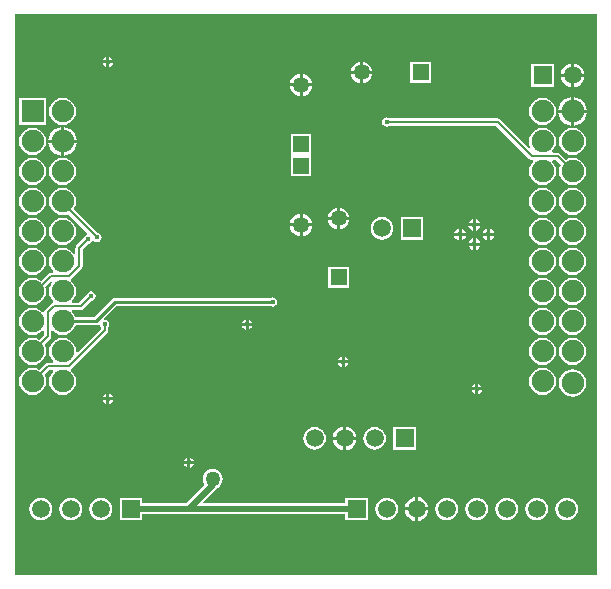
<source format=gbl>
G04*
G04 #@! TF.GenerationSoftware,Altium Limited,Altium Designer,18.0.12 (696)*
G04*
G04 Layer_Physical_Order=2*
G04 Layer_Color=16711680*
%FSLAX25Y25*%
%MOIN*%
G70*
G01*
G75*
%ADD10C,0.01000*%
%ADD58C,0.00800*%
%ADD59C,0.02000*%
%ADD61C,0.05906*%
%ADD62R,0.05906X0.05906*%
%ADD63R,0.05315X0.05315*%
%ADD64C,0.05315*%
%ADD65R,0.05315X0.05315*%
%ADD66C,0.07500*%
%ADD67R,0.07500X0.07500*%
%ADD68C,0.01968*%
%ADD69C,0.01500*%
%ADD70C,0.05000*%
G36*
X297500Y106500D02*
X103500D01*
Y293500D01*
X297500D01*
Y106500D01*
D02*
G37*
%LPC*%
G36*
X135000Y279185D02*
Y278000D01*
X136185D01*
X136149Y278183D01*
X135762Y278762D01*
X135183Y279149D01*
X135000Y279185D01*
D02*
G37*
G36*
X134000D02*
X133817Y279149D01*
X133238Y278762D01*
X132852Y278183D01*
X132815Y278000D01*
X134000D01*
Y279185D01*
D02*
G37*
G36*
X136185Y277000D02*
X135000D01*
Y275815D01*
X135183Y275851D01*
X135762Y276238D01*
X136149Y276817D01*
X136185Y277000D01*
D02*
G37*
G36*
X134000D02*
X132815D01*
X132852Y276817D01*
X133238Y276238D01*
X133817Y275851D01*
X134000Y275815D01*
Y277000D01*
D02*
G37*
G36*
X219657Y277623D02*
Y274500D01*
X222781D01*
X222721Y274955D01*
X222352Y275845D01*
X221766Y276609D01*
X221002Y277195D01*
X220112Y277563D01*
X219657Y277623D01*
D02*
G37*
G36*
X218657D02*
X218203Y277563D01*
X217313Y277195D01*
X216549Y276609D01*
X215963Y275845D01*
X215594Y274955D01*
X215534Y274500D01*
X218657D01*
Y277623D01*
D02*
G37*
G36*
X290000Y276921D02*
Y273500D01*
X293421D01*
X293351Y274032D01*
X292953Y274993D01*
X292319Y275819D01*
X291493Y276453D01*
X290532Y276851D01*
X290000Y276921D01*
D02*
G37*
G36*
X289000D02*
X288468Y276851D01*
X287507Y276453D01*
X286681Y275819D01*
X286047Y274993D01*
X285649Y274032D01*
X285579Y273500D01*
X289000D01*
Y276921D01*
D02*
G37*
G36*
X242300Y277457D02*
X235385D01*
Y270543D01*
X242300D01*
Y277457D01*
D02*
G37*
G36*
X222781Y273500D02*
X219657D01*
Y270377D01*
X220112Y270437D01*
X221002Y270805D01*
X221766Y271392D01*
X222352Y272155D01*
X222721Y273045D01*
X222781Y273500D01*
D02*
G37*
G36*
X218657D02*
X215534D01*
X215594Y273045D01*
X215963Y272155D01*
X216549Y271392D01*
X217313Y270805D01*
X218203Y270437D01*
X218657Y270377D01*
Y273500D01*
D02*
G37*
G36*
X199500Y273466D02*
Y270342D01*
X202623D01*
X202563Y270797D01*
X202195Y271687D01*
X201609Y272451D01*
X200845Y273037D01*
X199955Y273406D01*
X199500Y273466D01*
D02*
G37*
G36*
X198500D02*
X198045Y273406D01*
X197155Y273037D01*
X196391Y272451D01*
X195805Y271687D01*
X195437Y270797D01*
X195377Y270342D01*
X198500D01*
Y273466D01*
D02*
G37*
G36*
X283253Y276753D02*
X275747D01*
Y269247D01*
X283253D01*
Y276753D01*
D02*
G37*
G36*
X293421Y272500D02*
X290000D01*
Y269079D01*
X290532Y269149D01*
X291493Y269547D01*
X292319Y270181D01*
X292953Y271007D01*
X293351Y271968D01*
X293421Y272500D01*
D02*
G37*
G36*
X289000D02*
X285579D01*
X285649Y271968D01*
X286047Y271007D01*
X286681Y270181D01*
X287507Y269547D01*
X288468Y269149D01*
X289000Y269079D01*
Y272500D01*
D02*
G37*
G36*
X202623Y269342D02*
X199500D01*
Y266219D01*
X199955Y266279D01*
X200845Y266648D01*
X201609Y267234D01*
X202195Y267998D01*
X202563Y268888D01*
X202623Y269342D01*
D02*
G37*
G36*
X198500D02*
X195377D01*
X195437Y268888D01*
X195805Y267998D01*
X196391Y267234D01*
X197155Y266648D01*
X198045Y266279D01*
X198500Y266219D01*
Y269342D01*
D02*
G37*
G36*
X290000Y265725D02*
Y261500D01*
X294225D01*
X294128Y262240D01*
X293649Y263396D01*
X292888Y264388D01*
X291896Y265149D01*
X290740Y265628D01*
X290000Y265725D01*
D02*
G37*
G36*
X289000D02*
X288260Y265628D01*
X287105Y265149D01*
X286112Y264388D01*
X285351Y263396D01*
X284872Y262240D01*
X284775Y261500D01*
X289000D01*
Y265725D01*
D02*
G37*
G36*
X114050Y265550D02*
X104950D01*
Y256450D01*
X114050D01*
Y265550D01*
D02*
G37*
G36*
X279500Y265589D02*
X278312Y265433D01*
X277205Y264974D01*
X276255Y264245D01*
X275526Y263295D01*
X275067Y262188D01*
X274911Y261000D01*
X275067Y259812D01*
X275526Y258705D01*
X276255Y257755D01*
X277205Y257026D01*
X278312Y256567D01*
X279500Y256411D01*
X280688Y256567D01*
X281795Y257026D01*
X282745Y257755D01*
X283474Y258705D01*
X283933Y259812D01*
X284089Y261000D01*
X283933Y262188D01*
X283474Y263295D01*
X282745Y264245D01*
X281795Y264974D01*
X280688Y265433D01*
X279500Y265589D01*
D02*
G37*
G36*
X119500D02*
X118312Y265433D01*
X117205Y264974D01*
X116255Y264245D01*
X115526Y263295D01*
X115067Y262188D01*
X114911Y261000D01*
X115067Y259812D01*
X115526Y258705D01*
X116255Y257755D01*
X117205Y257026D01*
X118312Y256567D01*
X119500Y256411D01*
X120688Y256567D01*
X121795Y257026D01*
X122745Y257755D01*
X123474Y258705D01*
X123933Y259812D01*
X124089Y261000D01*
X123933Y262188D01*
X123474Y263295D01*
X122745Y264245D01*
X121795Y264974D01*
X120688Y265433D01*
X119500Y265589D01*
D02*
G37*
G36*
X294225Y260500D02*
X290000D01*
Y256275D01*
X290740Y256372D01*
X291896Y256851D01*
X292888Y257612D01*
X293649Y258605D01*
X294128Y259760D01*
X294225Y260500D01*
D02*
G37*
G36*
X289000D02*
X284775D01*
X284872Y259760D01*
X285351Y258605D01*
X286112Y257612D01*
X287105Y256851D01*
X288260Y256372D01*
X289000Y256275D01*
Y260500D01*
D02*
G37*
G36*
X120000Y255725D02*
Y251500D01*
X124225D01*
X124128Y252240D01*
X123649Y253396D01*
X122888Y254388D01*
X121896Y255149D01*
X120740Y255628D01*
X120000Y255725D01*
D02*
G37*
G36*
X119000D02*
X118260Y255628D01*
X117104Y255149D01*
X116112Y254388D01*
X115351Y253396D01*
X114872Y252240D01*
X114775Y251500D01*
X119000D01*
Y255725D01*
D02*
G37*
G36*
X289500Y255589D02*
X288312Y255433D01*
X287205Y254974D01*
X286255Y254245D01*
X285526Y253295D01*
X285067Y252188D01*
X284911Y251000D01*
X285067Y249812D01*
X285526Y248705D01*
X286255Y247755D01*
X287205Y247026D01*
X288312Y246567D01*
X289500Y246411D01*
X290688Y246567D01*
X291795Y247026D01*
X292745Y247755D01*
X293474Y248705D01*
X293933Y249812D01*
X294089Y251000D01*
X293933Y252188D01*
X293474Y253295D01*
X292745Y254245D01*
X291795Y254974D01*
X290688Y255433D01*
X289500Y255589D01*
D02*
G37*
G36*
X109500D02*
X108312Y255433D01*
X107205Y254974D01*
X106255Y254245D01*
X105526Y253295D01*
X105067Y252188D01*
X104911Y251000D01*
X105067Y249812D01*
X105526Y248705D01*
X106255Y247755D01*
X107205Y247026D01*
X108312Y246567D01*
X109500Y246411D01*
X110688Y246567D01*
X111795Y247026D01*
X112745Y247755D01*
X113474Y248705D01*
X113933Y249812D01*
X114089Y251000D01*
X113933Y252188D01*
X113474Y253295D01*
X112745Y254245D01*
X111795Y254974D01*
X110688Y255433D01*
X109500Y255589D01*
D02*
G37*
G36*
X124225Y250500D02*
X120000D01*
Y246275D01*
X120740Y246372D01*
X121896Y246851D01*
X122888Y247612D01*
X123649Y248604D01*
X124128Y249760D01*
X124225Y250500D01*
D02*
G37*
G36*
X119000D02*
X114775D01*
X114872Y249760D01*
X115351Y248604D01*
X116112Y247612D01*
X117104Y246851D01*
X118260Y246372D01*
X119000Y246275D01*
Y250500D01*
D02*
G37*
G36*
X202457Y253615D02*
X195543D01*
Y246800D01*
X195543Y246700D01*
X195543Y246200D01*
Y239385D01*
X202457D01*
Y246200D01*
X202457Y246300D01*
X202457Y246800D01*
Y253615D01*
D02*
G37*
G36*
X227500Y259080D02*
X226895Y258960D01*
X226382Y258617D01*
X226040Y258105D01*
X225920Y257500D01*
X226040Y256895D01*
X226382Y256382D01*
X226895Y256040D01*
X227500Y255920D01*
X228105Y256040D01*
X228459Y256276D01*
X263993D01*
X275135Y245135D01*
X275532Y244870D01*
X276000Y244777D01*
X276170D01*
X276330Y244303D01*
X276255Y244245D01*
X275526Y243295D01*
X275067Y242188D01*
X274911Y241000D01*
X275067Y239812D01*
X275526Y238705D01*
X276255Y237755D01*
X277205Y237026D01*
X278312Y236567D01*
X279500Y236411D01*
X280688Y236567D01*
X281795Y237026D01*
X282745Y237755D01*
X283474Y238705D01*
X283933Y239812D01*
X284089Y241000D01*
X283933Y242188D01*
X283474Y243295D01*
X282745Y244245D01*
X282670Y244303D01*
X282830Y244777D01*
X283993D01*
X285511Y243259D01*
X285067Y242188D01*
X284911Y241000D01*
X285067Y239812D01*
X285526Y238705D01*
X286255Y237755D01*
X287205Y237026D01*
X288312Y236567D01*
X289500Y236411D01*
X290688Y236567D01*
X291795Y237026D01*
X292745Y237755D01*
X293474Y238705D01*
X293933Y239812D01*
X294089Y241000D01*
X293933Y242188D01*
X293474Y243295D01*
X292745Y244245D01*
X291795Y244974D01*
X290688Y245433D01*
X289500Y245589D01*
X288312Y245433D01*
X287241Y244989D01*
X285365Y246865D01*
X284968Y247130D01*
X284500Y247223D01*
X282830D01*
X282670Y247697D01*
X282745Y247755D01*
X283474Y248705D01*
X283933Y249812D01*
X284089Y251000D01*
X283933Y252188D01*
X283474Y253295D01*
X282745Y254245D01*
X281795Y254974D01*
X280688Y255433D01*
X279500Y255589D01*
X278312Y255433D01*
X277205Y254974D01*
X276255Y254245D01*
X275526Y253295D01*
X275067Y252188D01*
X274911Y251000D01*
X275067Y249812D01*
X275380Y249058D01*
X274956Y248775D01*
X265365Y258365D01*
X264968Y258630D01*
X264500Y258723D01*
X228459D01*
X228105Y258960D01*
X227500Y259080D01*
D02*
G37*
G36*
X119500Y245589D02*
X118312Y245433D01*
X117205Y244974D01*
X116255Y244245D01*
X115526Y243295D01*
X115067Y242188D01*
X114911Y241000D01*
X115067Y239812D01*
X115526Y238705D01*
X116255Y237755D01*
X117205Y237026D01*
X118312Y236567D01*
X119500Y236411D01*
X120688Y236567D01*
X121795Y237026D01*
X122745Y237755D01*
X123474Y238705D01*
X123933Y239812D01*
X124089Y241000D01*
X123933Y242188D01*
X123474Y243295D01*
X122745Y244245D01*
X121795Y244974D01*
X120688Y245433D01*
X119500Y245589D01*
D02*
G37*
G36*
X109500D02*
X108312Y245433D01*
X107205Y244974D01*
X106255Y244245D01*
X105526Y243295D01*
X105067Y242188D01*
X104911Y241000D01*
X105067Y239812D01*
X105526Y238705D01*
X106255Y237755D01*
X107205Y237026D01*
X108312Y236567D01*
X109500Y236411D01*
X110688Y236567D01*
X111795Y237026D01*
X112745Y237755D01*
X113474Y238705D01*
X113933Y239812D01*
X114089Y241000D01*
X113933Y242188D01*
X113474Y243295D01*
X112745Y244245D01*
X111795Y244974D01*
X110688Y245433D01*
X109500Y245589D01*
D02*
G37*
G36*
X289500Y235589D02*
X288312Y235433D01*
X287205Y234974D01*
X286255Y234245D01*
X285526Y233295D01*
X285067Y232188D01*
X284911Y231000D01*
X285067Y229812D01*
X285526Y228705D01*
X286255Y227755D01*
X287205Y227026D01*
X288312Y226567D01*
X289500Y226411D01*
X290688Y226567D01*
X291795Y227026D01*
X292745Y227755D01*
X293474Y228705D01*
X293933Y229812D01*
X294089Y231000D01*
X293933Y232188D01*
X293474Y233295D01*
X292745Y234245D01*
X291795Y234974D01*
X290688Y235433D01*
X289500Y235589D01*
D02*
G37*
G36*
X279500D02*
X278312Y235433D01*
X277205Y234974D01*
X276255Y234245D01*
X275526Y233295D01*
X275067Y232188D01*
X274911Y231000D01*
X275067Y229812D01*
X275526Y228705D01*
X276255Y227755D01*
X277205Y227026D01*
X278312Y226567D01*
X279500Y226411D01*
X280688Y226567D01*
X281795Y227026D01*
X282745Y227755D01*
X283474Y228705D01*
X283933Y229812D01*
X284089Y231000D01*
X283933Y232188D01*
X283474Y233295D01*
X282745Y234245D01*
X281795Y234974D01*
X280688Y235433D01*
X279500Y235589D01*
D02*
G37*
G36*
X109500D02*
X108312Y235433D01*
X107205Y234974D01*
X106255Y234245D01*
X105526Y233295D01*
X105067Y232188D01*
X104911Y231000D01*
X105067Y229812D01*
X105526Y228705D01*
X106255Y227755D01*
X107205Y227026D01*
X108312Y226567D01*
X109500Y226411D01*
X110688Y226567D01*
X111795Y227026D01*
X112745Y227755D01*
X113474Y228705D01*
X113933Y229812D01*
X114089Y231000D01*
X113933Y232188D01*
X113474Y233295D01*
X112745Y234245D01*
X111795Y234974D01*
X110688Y235433D01*
X109500Y235589D01*
D02*
G37*
G36*
X212000Y228966D02*
Y225842D01*
X215123D01*
X215063Y226297D01*
X214695Y227187D01*
X214109Y227951D01*
X213345Y228537D01*
X212455Y228906D01*
X212000Y228966D01*
D02*
G37*
G36*
X211000D02*
X210545Y228906D01*
X209655Y228537D01*
X208892Y227951D01*
X208305Y227187D01*
X207937Y226297D01*
X207877Y225842D01*
X211000D01*
Y228966D01*
D02*
G37*
G36*
X257224Y225132D02*
Y223709D01*
X258648D01*
X258594Y223983D01*
X258155Y224639D01*
X257499Y225078D01*
X257224Y225132D01*
D02*
G37*
G36*
X256224Y225132D02*
X255950Y225078D01*
X255294Y224639D01*
X254855Y223983D01*
X254801Y223709D01*
X256224D01*
Y225132D01*
D02*
G37*
G36*
X199500Y226781D02*
Y223657D01*
X202623D01*
X202563Y224112D01*
X202195Y225002D01*
X201608Y225766D01*
X200845Y226352D01*
X199955Y226721D01*
X199500Y226781D01*
D02*
G37*
G36*
X198500D02*
X198045Y226721D01*
X197155Y226352D01*
X196391Y225766D01*
X195805Y225002D01*
X195437Y224112D01*
X195377Y223657D01*
X198500D01*
Y226781D01*
D02*
G37*
G36*
X215123Y224843D02*
X212000D01*
Y221719D01*
X212455Y221779D01*
X213345Y222148D01*
X214109Y222734D01*
X214695Y223498D01*
X215063Y224388D01*
X215123Y224843D01*
D02*
G37*
G36*
X211000D02*
X207877D01*
X207937Y224388D01*
X208305Y223498D01*
X208892Y222734D01*
X209655Y222148D01*
X210545Y221779D01*
X211000Y221719D01*
Y224843D01*
D02*
G37*
G36*
X256224Y222709D02*
X254801D01*
X254855Y222434D01*
X255294Y221778D01*
X255950Y221340D01*
X256224Y221285D01*
Y222709D01*
D02*
G37*
G36*
X258648D02*
X257224D01*
Y221285D01*
X257499Y221340D01*
X258155Y221778D01*
X258594Y222434D01*
X258648Y222709D01*
D02*
G37*
G36*
X261949Y221924D02*
Y220500D01*
X263372D01*
X263318Y220774D01*
X262879Y221431D01*
X262223Y221869D01*
X261949Y221924D01*
D02*
G37*
G36*
X252500D02*
Y220500D01*
X253924D01*
X253869Y220774D01*
X253431Y221431D01*
X252774Y221869D01*
X252500Y221924D01*
D02*
G37*
G36*
X251500D02*
X251226Y221869D01*
X250569Y221431D01*
X250131Y220774D01*
X250076Y220500D01*
X251500D01*
Y221924D01*
D02*
G37*
G36*
X260949D02*
X260675Y221869D01*
X260018Y221431D01*
X259580Y220774D01*
X259525Y220500D01*
X260949D01*
Y221924D01*
D02*
G37*
G36*
X202623Y222657D02*
X199500D01*
Y219534D01*
X199955Y219594D01*
X200845Y219963D01*
X201608Y220549D01*
X202195Y221313D01*
X202563Y222203D01*
X202623Y222657D01*
D02*
G37*
G36*
X198500D02*
X195377D01*
X195437Y222203D01*
X195805Y221313D01*
X196391Y220549D01*
X197155Y219963D01*
X198045Y219594D01*
X198500Y219534D01*
Y222657D01*
D02*
G37*
G36*
X239753Y225753D02*
X232247D01*
Y218247D01*
X239753D01*
Y225753D01*
D02*
G37*
G36*
X226000Y225785D02*
X225020Y225656D01*
X224107Y225278D01*
X223323Y224676D01*
X222722Y223893D01*
X222344Y222980D01*
X222215Y222000D01*
X222344Y221020D01*
X222722Y220107D01*
X223323Y219323D01*
X224107Y218722D01*
X225020Y218344D01*
X226000Y218215D01*
X226980Y218344D01*
X227893Y218722D01*
X228677Y219323D01*
X229278Y220107D01*
X229656Y221020D01*
X229785Y222000D01*
X229656Y222980D01*
X229278Y223893D01*
X228677Y224676D01*
X227893Y225278D01*
X226980Y225656D01*
X226000Y225785D01*
D02*
G37*
G36*
X263372Y219500D02*
X261949D01*
Y218076D01*
X262223Y218131D01*
X262879Y218569D01*
X263318Y219226D01*
X263372Y219500D01*
D02*
G37*
G36*
X253924D02*
X252500D01*
Y218076D01*
X252774Y218131D01*
X253431Y218569D01*
X253869Y219226D01*
X253924Y219500D01*
D02*
G37*
G36*
X260949D02*
X259525D01*
X259580Y219226D01*
X260018Y218569D01*
X260675Y218131D01*
X260949Y218076D01*
Y219500D01*
D02*
G37*
G36*
X251500D02*
X250076D01*
X250131Y219226D01*
X250569Y218569D01*
X251226Y218131D01*
X251500Y218076D01*
Y219500D01*
D02*
G37*
G36*
X119500Y235589D02*
X118312Y235433D01*
X117205Y234974D01*
X116255Y234245D01*
X115526Y233295D01*
X115067Y232188D01*
X114911Y231000D01*
X115067Y229812D01*
X115526Y228705D01*
X116255Y227755D01*
X117205Y227026D01*
X118312Y226567D01*
X119500Y226411D01*
X120688Y226567D01*
X121405Y226864D01*
X127733Y220537D01*
X127568Y219994D01*
X127395Y219960D01*
X126883Y219618D01*
X126540Y219105D01*
X126457Y218687D01*
X124135Y216365D01*
X123870Y215968D01*
X123776Y215500D01*
Y213722D01*
X123276Y213553D01*
X122745Y214245D01*
X121795Y214974D01*
X120688Y215433D01*
X119500Y215589D01*
X118312Y215433D01*
X117205Y214974D01*
X116255Y214245D01*
X115526Y213295D01*
X115067Y212188D01*
X114911Y211000D01*
X115067Y209812D01*
X115526Y208705D01*
X116241Y207773D01*
X116214Y207595D01*
X116104Y207274D01*
X115550D01*
X115082Y207180D01*
X114685Y206915D01*
X112332Y204562D01*
X111795Y204974D01*
X110688Y205433D01*
X109500Y205589D01*
X108312Y205433D01*
X107205Y204974D01*
X106255Y204245D01*
X105526Y203295D01*
X105067Y202188D01*
X104911Y201000D01*
X105067Y199812D01*
X105526Y198705D01*
X106255Y197755D01*
X107205Y197026D01*
X108312Y196567D01*
X109500Y196411D01*
X110688Y196567D01*
X111795Y197026D01*
X112745Y197755D01*
X113474Y198705D01*
X113933Y199812D01*
X114089Y201000D01*
X113933Y202188D01*
X113782Y202552D01*
X115796Y204565D01*
X115860Y204550D01*
X116059Y203990D01*
X115526Y203295D01*
X115067Y202188D01*
X114911Y201000D01*
X115067Y199812D01*
X115526Y198705D01*
X116255Y197755D01*
X116286Y197731D01*
X116162Y197196D01*
X116082Y197180D01*
X115685Y196915D01*
X113635Y194865D01*
X113370Y194468D01*
X113336Y194297D01*
X112801Y194172D01*
X112745Y194245D01*
X111795Y194974D01*
X110688Y195433D01*
X109500Y195589D01*
X108312Y195433D01*
X107205Y194974D01*
X106255Y194245D01*
X105526Y193295D01*
X105067Y192188D01*
X104911Y191000D01*
X105067Y189812D01*
X105526Y188705D01*
X106255Y187755D01*
X107205Y187026D01*
X108312Y186567D01*
X109500Y186411D01*
X110688Y186567D01*
X111795Y187026D01*
X112745Y187755D01*
X112803Y187830D01*
X113277Y187670D01*
Y186507D01*
X111759Y184989D01*
X110688Y185433D01*
X109500Y185589D01*
X108312Y185433D01*
X107205Y184974D01*
X106255Y184245D01*
X105526Y183295D01*
X105067Y182188D01*
X104911Y181000D01*
X105067Y179812D01*
X105526Y178705D01*
X106255Y177755D01*
X107205Y177026D01*
X108312Y176567D01*
X109500Y176411D01*
X110688Y176567D01*
X111795Y177026D01*
X112745Y177755D01*
X113474Y178705D01*
X113933Y179812D01*
X114089Y181000D01*
X113933Y182188D01*
X113489Y183259D01*
X115365Y185135D01*
X115630Y185532D01*
X115724Y186000D01*
Y187670D01*
X116197Y187830D01*
X116255Y187755D01*
X117205Y187026D01*
X118312Y186567D01*
X119500Y186411D01*
X120688Y186567D01*
X121795Y187026D01*
X122745Y187755D01*
X123474Y188705D01*
X123876Y189674D01*
X130500D01*
X131007Y189775D01*
X131436Y190062D01*
X131566Y190045D01*
X131947Y189865D01*
X132040Y189395D01*
X132276Y189041D01*
Y188506D01*
X124536Y180766D01*
X124232Y180916D01*
X124086Y181023D01*
X123933Y182188D01*
X123474Y183295D01*
X122745Y184245D01*
X121795Y184974D01*
X120688Y185433D01*
X119500Y185589D01*
X118312Y185433D01*
X117205Y184974D01*
X116255Y184245D01*
X115526Y183295D01*
X115067Y182188D01*
X114911Y181000D01*
X115067Y179812D01*
X115526Y178705D01*
X116241Y177773D01*
X116214Y177595D01*
X116104Y177273D01*
X114550D01*
X114082Y177180D01*
X113685Y176915D01*
X111759Y174989D01*
X110688Y175433D01*
X109500Y175589D01*
X108312Y175433D01*
X107205Y174974D01*
X106255Y174245D01*
X105526Y173295D01*
X105067Y172188D01*
X104911Y171000D01*
X105067Y169812D01*
X105526Y168705D01*
X106255Y167755D01*
X107205Y167026D01*
X108312Y166567D01*
X109500Y166411D01*
X110688Y166567D01*
X111795Y167026D01*
X112745Y167755D01*
X113474Y168705D01*
X113933Y169812D01*
X114089Y171000D01*
X113933Y172188D01*
X113489Y173259D01*
X115057Y174827D01*
X116235D01*
X116396Y174353D01*
X116255Y174245D01*
X115526Y173295D01*
X115067Y172188D01*
X114911Y171000D01*
X115067Y169812D01*
X115526Y168705D01*
X116255Y167755D01*
X117205Y167026D01*
X118312Y166567D01*
X119500Y166411D01*
X120688Y166567D01*
X121795Y167026D01*
X122745Y167755D01*
X123474Y168705D01*
X123933Y169812D01*
X124089Y171000D01*
X123933Y172188D01*
X123474Y173295D01*
X122745Y174245D01*
X122356Y174544D01*
X122376Y175159D01*
X122415Y175185D01*
X134365Y187135D01*
X134630Y187531D01*
X134723Y188000D01*
Y189041D01*
X134960Y189395D01*
X135080Y190000D01*
X134960Y190605D01*
X134617Y191118D01*
X134105Y191460D01*
X133635Y191553D01*
X133455Y191933D01*
X133438Y192064D01*
X137549Y196175D01*
X188694D01*
X188895Y196040D01*
X189500Y195920D01*
X190105Y196040D01*
X190618Y196382D01*
X190960Y196895D01*
X191080Y197500D01*
X190960Y198105D01*
X190618Y198617D01*
X190105Y198960D01*
X189500Y199080D01*
X188895Y198960D01*
X188694Y198826D01*
X137000D01*
X136493Y198725D01*
X136063Y198437D01*
X129951Y192325D01*
X123876D01*
X123474Y193295D01*
X122745Y194245D01*
X122604Y194353D01*
X122765Y194826D01*
X125550D01*
X126018Y194920D01*
X126415Y195185D01*
X129187Y197957D01*
X129605Y198040D01*
X130117Y198382D01*
X130460Y198895D01*
X130580Y199500D01*
X130460Y200105D01*
X130117Y200618D01*
X129605Y200960D01*
X129000Y201080D01*
X128395Y200960D01*
X127883Y200618D01*
X127540Y200105D01*
X127457Y199687D01*
X125043Y197274D01*
X122896D01*
X122786Y197595D01*
X122759Y197774D01*
X123474Y198705D01*
X123933Y199812D01*
X124089Y201000D01*
X123933Y202188D01*
X123474Y203295D01*
X122745Y204245D01*
X122356Y204544D01*
X122376Y205158D01*
X122415Y205185D01*
X125865Y208634D01*
X126130Y209031D01*
X126224Y209500D01*
Y214993D01*
X128187Y216957D01*
X128605Y217040D01*
X129118Y217383D01*
X129366Y217755D01*
X129774Y217856D01*
X129957Y217832D01*
X130395Y217540D01*
X131000Y217420D01*
X131605Y217540D01*
X132117Y217882D01*
X132460Y218395D01*
X132580Y219000D01*
X132460Y219605D01*
X132117Y220117D01*
X131605Y220460D01*
X131187Y220543D01*
X123279Y228451D01*
X123474Y228705D01*
X123933Y229812D01*
X124089Y231000D01*
X123933Y232188D01*
X123474Y233295D01*
X122745Y234245D01*
X121795Y234974D01*
X120688Y235433D01*
X119500Y235589D01*
D02*
G37*
G36*
X257224Y218715D02*
Y217291D01*
X258648D01*
X258594Y217565D01*
X258155Y218222D01*
X257499Y218660D01*
X257224Y218715D01*
D02*
G37*
G36*
X256224Y218715D02*
X255950Y218660D01*
X255294Y218222D01*
X254855Y217565D01*
X254801Y217291D01*
X256224D01*
Y218715D01*
D02*
G37*
G36*
X289500Y225589D02*
X288312Y225433D01*
X287205Y224974D01*
X286255Y224245D01*
X285526Y223295D01*
X285067Y222188D01*
X284911Y221000D01*
X285067Y219812D01*
X285526Y218705D01*
X286255Y217755D01*
X287205Y217026D01*
X288312Y216567D01*
X289500Y216411D01*
X290688Y216567D01*
X291795Y217026D01*
X292745Y217755D01*
X293474Y218705D01*
X293933Y219812D01*
X294089Y221000D01*
X293933Y222188D01*
X293474Y223295D01*
X292745Y224245D01*
X291795Y224974D01*
X290688Y225433D01*
X289500Y225589D01*
D02*
G37*
G36*
X279500D02*
X278312Y225433D01*
X277205Y224974D01*
X276255Y224245D01*
X275526Y223295D01*
X275067Y222188D01*
X274911Y221000D01*
X275067Y219812D01*
X275526Y218705D01*
X276255Y217755D01*
X277205Y217026D01*
X278312Y216567D01*
X279500Y216411D01*
X280688Y216567D01*
X281795Y217026D01*
X282745Y217755D01*
X283474Y218705D01*
X283933Y219812D01*
X284089Y221000D01*
X283933Y222188D01*
X283474Y223295D01*
X282745Y224245D01*
X281795Y224974D01*
X280688Y225433D01*
X279500Y225589D01*
D02*
G37*
G36*
X119500D02*
X118312Y225433D01*
X117205Y224974D01*
X116255Y224245D01*
X115526Y223295D01*
X115067Y222188D01*
X114911Y221000D01*
X115067Y219812D01*
X115526Y218705D01*
X116255Y217755D01*
X117205Y217026D01*
X118312Y216567D01*
X119500Y216411D01*
X120688Y216567D01*
X121795Y217026D01*
X122745Y217755D01*
X123474Y218705D01*
X123933Y219812D01*
X124089Y221000D01*
X123933Y222188D01*
X123474Y223295D01*
X122745Y224245D01*
X121795Y224974D01*
X120688Y225433D01*
X119500Y225589D01*
D02*
G37*
G36*
X109500D02*
X108312Y225433D01*
X107205Y224974D01*
X106255Y224245D01*
X105526Y223295D01*
X105067Y222188D01*
X104911Y221000D01*
X105067Y219812D01*
X105526Y218705D01*
X106255Y217755D01*
X107205Y217026D01*
X108312Y216567D01*
X109500Y216411D01*
X110688Y216567D01*
X111795Y217026D01*
X112745Y217755D01*
X113474Y218705D01*
X113933Y219812D01*
X114089Y221000D01*
X113933Y222188D01*
X113474Y223295D01*
X112745Y224245D01*
X111795Y224974D01*
X110688Y225433D01*
X109500Y225589D01*
D02*
G37*
G36*
X256224Y216291D02*
X254801D01*
X254855Y216017D01*
X255294Y215361D01*
X255950Y214922D01*
X256224Y214868D01*
Y216291D01*
D02*
G37*
G36*
X258648D02*
X257224D01*
Y214868D01*
X257499Y214922D01*
X258155Y215361D01*
X258594Y216017D01*
X258648Y216291D01*
D02*
G37*
G36*
X289500Y215589D02*
X288312Y215433D01*
X287205Y214974D01*
X286255Y214245D01*
X285526Y213295D01*
X285067Y212188D01*
X284911Y211000D01*
X285067Y209812D01*
X285526Y208705D01*
X286255Y207755D01*
X287205Y207026D01*
X288312Y206567D01*
X289500Y206411D01*
X290688Y206567D01*
X291795Y207026D01*
X292745Y207755D01*
X293474Y208705D01*
X293933Y209812D01*
X294089Y211000D01*
X293933Y212188D01*
X293474Y213295D01*
X292745Y214245D01*
X291795Y214974D01*
X290688Y215433D01*
X289500Y215589D01*
D02*
G37*
G36*
X279500D02*
X278312Y215433D01*
X277205Y214974D01*
X276255Y214245D01*
X275526Y213295D01*
X275067Y212188D01*
X274911Y211000D01*
X275067Y209812D01*
X275526Y208705D01*
X276255Y207755D01*
X277205Y207026D01*
X278312Y206567D01*
X279500Y206411D01*
X280688Y206567D01*
X281795Y207026D01*
X282745Y207755D01*
X283474Y208705D01*
X283933Y209812D01*
X284089Y211000D01*
X283933Y212188D01*
X283474Y213295D01*
X282745Y214245D01*
X281795Y214974D01*
X280688Y215433D01*
X279500Y215589D01*
D02*
G37*
G36*
X109500D02*
X108312Y215433D01*
X107205Y214974D01*
X106255Y214245D01*
X105526Y213295D01*
X105067Y212188D01*
X104911Y211000D01*
X105067Y209812D01*
X105526Y208705D01*
X106255Y207755D01*
X107205Y207026D01*
X108312Y206567D01*
X109500Y206411D01*
X110688Y206567D01*
X111795Y207026D01*
X112745Y207755D01*
X113474Y208705D01*
X113933Y209812D01*
X114089Y211000D01*
X113933Y212188D01*
X113474Y213295D01*
X112745Y214245D01*
X111795Y214974D01*
X110688Y215433D01*
X109500Y215589D01*
D02*
G37*
G36*
X214957Y209115D02*
X208043D01*
Y202200D01*
X214957D01*
Y209115D01*
D02*
G37*
G36*
X289500Y205589D02*
X288312Y205433D01*
X287205Y204974D01*
X286255Y204245D01*
X285526Y203295D01*
X285067Y202188D01*
X284911Y201000D01*
X285067Y199812D01*
X285526Y198705D01*
X286255Y197755D01*
X287205Y197026D01*
X288312Y196567D01*
X289500Y196411D01*
X290688Y196567D01*
X291795Y197026D01*
X292745Y197755D01*
X293474Y198705D01*
X293933Y199812D01*
X294089Y201000D01*
X293933Y202188D01*
X293474Y203295D01*
X292745Y204245D01*
X291795Y204974D01*
X290688Y205433D01*
X289500Y205589D01*
D02*
G37*
G36*
X279500D02*
X278312Y205433D01*
X277205Y204974D01*
X276255Y204245D01*
X275526Y203295D01*
X275067Y202188D01*
X274911Y201000D01*
X275067Y199812D01*
X275526Y198705D01*
X276255Y197755D01*
X277205Y197026D01*
X278312Y196567D01*
X279500Y196411D01*
X280688Y196567D01*
X281795Y197026D01*
X282745Y197755D01*
X283474Y198705D01*
X283933Y199812D01*
X284089Y201000D01*
X283933Y202188D01*
X283474Y203295D01*
X282745Y204245D01*
X281795Y204974D01*
X280688Y205433D01*
X279500Y205589D01*
D02*
G37*
G36*
X181500Y191685D02*
Y190500D01*
X182685D01*
X182649Y190683D01*
X182262Y191262D01*
X181683Y191648D01*
X181500Y191685D01*
D02*
G37*
G36*
X180500D02*
X180317Y191648D01*
X179738Y191262D01*
X179351Y190683D01*
X179315Y190500D01*
X180500D01*
Y191685D01*
D02*
G37*
G36*
X182685Y189500D02*
X181500D01*
Y188315D01*
X181683Y188352D01*
X182262Y188738D01*
X182649Y189317D01*
X182685Y189500D01*
D02*
G37*
G36*
X180500D02*
X179315D01*
X179351Y189317D01*
X179738Y188738D01*
X180317Y188352D01*
X180500Y188315D01*
Y189500D01*
D02*
G37*
G36*
X289500Y195589D02*
X288312Y195433D01*
X287205Y194974D01*
X286255Y194245D01*
X285526Y193295D01*
X285067Y192188D01*
X284911Y191000D01*
X285067Y189812D01*
X285526Y188705D01*
X286255Y187755D01*
X287205Y187026D01*
X288312Y186567D01*
X289500Y186411D01*
X290688Y186567D01*
X291795Y187026D01*
X292745Y187755D01*
X293474Y188705D01*
X293933Y189812D01*
X294089Y191000D01*
X293933Y192188D01*
X293474Y193295D01*
X292745Y194245D01*
X291795Y194974D01*
X290688Y195433D01*
X289500Y195589D01*
D02*
G37*
G36*
X279500D02*
X278312Y195433D01*
X277205Y194974D01*
X276255Y194245D01*
X275526Y193295D01*
X275067Y192188D01*
X274911Y191000D01*
X275067Y189812D01*
X275526Y188705D01*
X276255Y187755D01*
X277205Y187026D01*
X278312Y186567D01*
X279500Y186411D01*
X280688Y186567D01*
X281795Y187026D01*
X282745Y187755D01*
X283474Y188705D01*
X283933Y189812D01*
X284089Y191000D01*
X283933Y192188D01*
X283474Y193295D01*
X282745Y194245D01*
X281795Y194974D01*
X280688Y195433D01*
X279500Y195589D01*
D02*
G37*
G36*
X213500Y179193D02*
Y178008D01*
X214685D01*
X214649Y178191D01*
X214262Y178770D01*
X213683Y179156D01*
X213500Y179193D01*
D02*
G37*
G36*
X212500D02*
X212317Y179156D01*
X211738Y178770D01*
X211351Y178191D01*
X211315Y178008D01*
X212500D01*
Y179193D01*
D02*
G37*
G36*
X289500Y185589D02*
X288312Y185433D01*
X287205Y184974D01*
X286255Y184245D01*
X285526Y183295D01*
X285067Y182188D01*
X284911Y181000D01*
X285067Y179812D01*
X285526Y178705D01*
X286255Y177755D01*
X287205Y177026D01*
X288312Y176567D01*
X289500Y176411D01*
X290688Y176567D01*
X291795Y177026D01*
X292745Y177755D01*
X293474Y178705D01*
X293933Y179812D01*
X294089Y181000D01*
X293933Y182188D01*
X293474Y183295D01*
X292745Y184245D01*
X291795Y184974D01*
X290688Y185433D01*
X289500Y185589D01*
D02*
G37*
G36*
X279500D02*
X278312Y185433D01*
X277205Y184974D01*
X276255Y184245D01*
X275526Y183295D01*
X275067Y182188D01*
X274911Y181000D01*
X275067Y179812D01*
X275526Y178705D01*
X276255Y177755D01*
X277205Y177026D01*
X278312Y176567D01*
X279500Y176411D01*
X280688Y176567D01*
X281795Y177026D01*
X282745Y177755D01*
X283474Y178705D01*
X283933Y179812D01*
X284089Y181000D01*
X283933Y182188D01*
X283474Y183295D01*
X282745Y184245D01*
X281795Y184974D01*
X280688Y185433D01*
X279500Y185589D01*
D02*
G37*
G36*
X214685Y177008D02*
X213500D01*
Y175823D01*
X213683Y175859D01*
X214262Y176246D01*
X214649Y176825D01*
X214685Y177008D01*
D02*
G37*
G36*
X212500D02*
X211315D01*
X211351Y176825D01*
X211738Y176246D01*
X212317Y175859D01*
X212500Y175823D01*
Y177008D01*
D02*
G37*
G36*
X258000Y170185D02*
Y169000D01*
X259185D01*
X259149Y169183D01*
X258762Y169762D01*
X258183Y170149D01*
X258000Y170185D01*
D02*
G37*
G36*
X257000D02*
X256817Y170149D01*
X256238Y169762D01*
X255852Y169183D01*
X255815Y169000D01*
X257000D01*
Y170185D01*
D02*
G37*
G36*
X259185Y168000D02*
X258000D01*
Y166815D01*
X258183Y166851D01*
X258762Y167238D01*
X259149Y167817D01*
X259185Y168000D01*
D02*
G37*
G36*
X257000D02*
X255815D01*
X255852Y167817D01*
X256238Y167238D01*
X256817Y166851D01*
X257000Y166815D01*
Y168000D01*
D02*
G37*
G36*
X279500Y175589D02*
X278312Y175433D01*
X277205Y174974D01*
X276255Y174245D01*
X275526Y173295D01*
X275067Y172188D01*
X274911Y171000D01*
X275067Y169812D01*
X275526Y168705D01*
X276255Y167755D01*
X277205Y167026D01*
X278312Y166567D01*
X279500Y166411D01*
X280688Y166567D01*
X281795Y167026D01*
X282745Y167755D01*
X283474Y168705D01*
X283933Y169812D01*
X284089Y171000D01*
X283933Y172188D01*
X283474Y173295D01*
X282745Y174245D01*
X281795Y174974D01*
X280688Y175433D01*
X279500Y175589D01*
D02*
G37*
G36*
X289500Y175089D02*
X288312Y174933D01*
X287205Y174474D01*
X286255Y173745D01*
X285526Y172795D01*
X285067Y171688D01*
X284911Y170500D01*
X285067Y169312D01*
X285526Y168205D01*
X286255Y167255D01*
X287205Y166526D01*
X288312Y166067D01*
X289500Y165911D01*
X290688Y166067D01*
X291795Y166526D01*
X292745Y167255D01*
X293474Y168205D01*
X293933Y169312D01*
X294089Y170500D01*
X293933Y171688D01*
X293474Y172795D01*
X292745Y173745D01*
X291795Y174474D01*
X290688Y174933D01*
X289500Y175089D01*
D02*
G37*
G36*
X135137Y166972D02*
Y165787D01*
X136322D01*
X136286Y165970D01*
X135899Y166549D01*
X135320Y166936D01*
X135137Y166972D01*
D02*
G37*
G36*
X134137D02*
X133955Y166936D01*
X133376Y166549D01*
X132989Y165970D01*
X132953Y165787D01*
X134137D01*
Y166972D01*
D02*
G37*
G36*
X136322Y164787D02*
X135137D01*
Y163602D01*
X135320Y163638D01*
X135899Y164025D01*
X136286Y164604D01*
X136322Y164787D01*
D02*
G37*
G36*
X134137D02*
X132953D01*
X132989Y164604D01*
X133376Y164025D01*
X133955Y163638D01*
X134137Y163602D01*
Y164787D01*
D02*
G37*
G36*
X214000Y155921D02*
Y152500D01*
X217421D01*
X217351Y153032D01*
X216953Y153993D01*
X216319Y154819D01*
X215493Y155453D01*
X214532Y155851D01*
X214000Y155921D01*
D02*
G37*
G36*
X213000D02*
X212468Y155851D01*
X211507Y155453D01*
X210681Y154819D01*
X210047Y153993D01*
X209649Y153032D01*
X209579Y152500D01*
X213000D01*
Y155921D01*
D02*
G37*
G36*
X237253Y155753D02*
X229747D01*
Y148247D01*
X237253D01*
Y155753D01*
D02*
G37*
G36*
X223500Y155785D02*
X222520Y155656D01*
X221607Y155278D01*
X220824Y154676D01*
X220222Y153893D01*
X219844Y152980D01*
X219715Y152000D01*
X219844Y151020D01*
X220222Y150107D01*
X220824Y149323D01*
X221607Y148722D01*
X222520Y148344D01*
X223500Y148215D01*
X224480Y148344D01*
X225393Y148722D01*
X226177Y149323D01*
X226778Y150107D01*
X227156Y151020D01*
X227285Y152000D01*
X227156Y152980D01*
X226778Y153893D01*
X226177Y154676D01*
X225393Y155278D01*
X224480Y155656D01*
X223500Y155785D01*
D02*
G37*
G36*
X203500D02*
X202520Y155656D01*
X201607Y155278D01*
X200823Y154676D01*
X200222Y153893D01*
X199844Y152980D01*
X199715Y152000D01*
X199844Y151020D01*
X200222Y150107D01*
X200823Y149323D01*
X201607Y148722D01*
X202520Y148344D01*
X203500Y148215D01*
X204480Y148344D01*
X205393Y148722D01*
X206176Y149323D01*
X206778Y150107D01*
X207156Y151020D01*
X207285Y152000D01*
X207156Y152980D01*
X206778Y153893D01*
X206176Y154676D01*
X205393Y155278D01*
X204480Y155656D01*
X203500Y155785D01*
D02*
G37*
G36*
X217421Y151500D02*
X214000D01*
Y148079D01*
X214532Y148149D01*
X215493Y148547D01*
X216319Y149181D01*
X216953Y150007D01*
X217351Y150968D01*
X217421Y151500D01*
D02*
G37*
G36*
X213000D02*
X209579D01*
X209649Y150968D01*
X210047Y150007D01*
X210681Y149181D01*
X211507Y148547D01*
X212468Y148149D01*
X213000Y148079D01*
Y151500D01*
D02*
G37*
G36*
X162000Y145685D02*
Y144500D01*
X163185D01*
X163148Y144683D01*
X162762Y145262D01*
X162183Y145649D01*
X162000Y145685D01*
D02*
G37*
G36*
X161000D02*
X160817Y145649D01*
X160238Y145262D01*
X159852Y144683D01*
X159815Y144500D01*
X161000D01*
Y145685D01*
D02*
G37*
G36*
X163185Y143500D02*
X162000D01*
Y142315D01*
X162183Y142351D01*
X162762Y142738D01*
X163148Y143317D01*
X163185Y143500D01*
D02*
G37*
G36*
X161000D02*
X159815D01*
X159852Y143317D01*
X160238Y142738D01*
X160817Y142351D01*
X161000Y142315D01*
Y143500D01*
D02*
G37*
G36*
X169500Y141829D02*
X168639Y141715D01*
X167836Y141383D01*
X167146Y140854D01*
X166618Y140164D01*
X166285Y139362D01*
X166172Y138500D01*
X166285Y137638D01*
X166618Y136836D01*
X166888Y136483D01*
X160740Y130335D01*
X145996D01*
Y132253D01*
X138491D01*
Y124747D01*
X145996D01*
Y126665D01*
X213747D01*
Y124747D01*
X221253D01*
Y132253D01*
X213747D01*
Y130335D01*
X166584D01*
X166393Y130797D01*
X170798Y135202D01*
X171041Y135566D01*
X171164Y135617D01*
X171854Y136146D01*
X172382Y136836D01*
X172715Y137638D01*
X172828Y138500D01*
X172715Y139362D01*
X172382Y140164D01*
X171854Y140854D01*
X171164Y141383D01*
X170361Y141715D01*
X169500Y141829D01*
D02*
G37*
G36*
X238000Y132421D02*
Y129000D01*
X241421D01*
X241351Y129532D01*
X240953Y130493D01*
X240319Y131319D01*
X239493Y131953D01*
X238532Y132351D01*
X238000Y132421D01*
D02*
G37*
G36*
X237000D02*
X236468Y132351D01*
X235507Y131953D01*
X234681Y131319D01*
X234047Y130493D01*
X233649Y129532D01*
X233579Y129000D01*
X237000D01*
Y132421D01*
D02*
G37*
G36*
X287500Y132285D02*
X286520Y132156D01*
X285607Y131778D01*
X284823Y131176D01*
X284222Y130393D01*
X283844Y129480D01*
X283715Y128500D01*
X283844Y127520D01*
X284222Y126607D01*
X284823Y125823D01*
X285607Y125222D01*
X286520Y124844D01*
X287500Y124715D01*
X288480Y124844D01*
X289393Y125222D01*
X290177Y125823D01*
X290778Y126607D01*
X291156Y127520D01*
X291285Y128500D01*
X291156Y129480D01*
X290778Y130393D01*
X290177Y131176D01*
X289393Y131778D01*
X288480Y132156D01*
X287500Y132285D01*
D02*
G37*
G36*
X277500D02*
X276520Y132156D01*
X275607Y131778D01*
X274823Y131176D01*
X274222Y130393D01*
X273844Y129480D01*
X273715Y128500D01*
X273844Y127520D01*
X274222Y126607D01*
X274823Y125823D01*
X275607Y125222D01*
X276520Y124844D01*
X277500Y124715D01*
X278480Y124844D01*
X279393Y125222D01*
X280176Y125823D01*
X280778Y126607D01*
X281156Y127520D01*
X281285Y128500D01*
X281156Y129480D01*
X280778Y130393D01*
X280176Y131176D01*
X279393Y131778D01*
X278480Y132156D01*
X277500Y132285D01*
D02*
G37*
G36*
X267500D02*
X266520Y132156D01*
X265607Y131778D01*
X264824Y131176D01*
X264222Y130393D01*
X263844Y129480D01*
X263715Y128500D01*
X263844Y127520D01*
X264222Y126607D01*
X264824Y125823D01*
X265607Y125222D01*
X266520Y124844D01*
X267500Y124715D01*
X268480Y124844D01*
X269393Y125222D01*
X270177Y125823D01*
X270778Y126607D01*
X271156Y127520D01*
X271285Y128500D01*
X271156Y129480D01*
X270778Y130393D01*
X270177Y131176D01*
X269393Y131778D01*
X268480Y132156D01*
X267500Y132285D01*
D02*
G37*
G36*
X257500D02*
X256520Y132156D01*
X255607Y131778D01*
X254823Y131176D01*
X254222Y130393D01*
X253844Y129480D01*
X253715Y128500D01*
X253844Y127520D01*
X254222Y126607D01*
X254823Y125823D01*
X255607Y125222D01*
X256520Y124844D01*
X257500Y124715D01*
X258480Y124844D01*
X259393Y125222D01*
X260176Y125823D01*
X260778Y126607D01*
X261156Y127520D01*
X261285Y128500D01*
X261156Y129480D01*
X260778Y130393D01*
X260176Y131176D01*
X259393Y131778D01*
X258480Y132156D01*
X257500Y132285D01*
D02*
G37*
G36*
X247500D02*
X246520Y132156D01*
X245607Y131778D01*
X244824Y131176D01*
X244222Y130393D01*
X243844Y129480D01*
X243715Y128500D01*
X243844Y127520D01*
X244222Y126607D01*
X244824Y125823D01*
X245607Y125222D01*
X246520Y124844D01*
X247500Y124715D01*
X248480Y124844D01*
X249393Y125222D01*
X250177Y125823D01*
X250778Y126607D01*
X251156Y127520D01*
X251285Y128500D01*
X251156Y129480D01*
X250778Y130393D01*
X250177Y131176D01*
X249393Y131778D01*
X248480Y132156D01*
X247500Y132285D01*
D02*
G37*
G36*
X227500D02*
X226520Y132156D01*
X225607Y131778D01*
X224823Y131176D01*
X224222Y130393D01*
X223844Y129480D01*
X223715Y128500D01*
X223844Y127520D01*
X224222Y126607D01*
X224823Y125823D01*
X225607Y125222D01*
X226520Y124844D01*
X227500Y124715D01*
X228480Y124844D01*
X229393Y125222D01*
X230176Y125823D01*
X230778Y126607D01*
X231156Y127520D01*
X231285Y128500D01*
X231156Y129480D01*
X230778Y130393D01*
X230176Y131176D01*
X229393Y131778D01*
X228480Y132156D01*
X227500Y132285D01*
D02*
G37*
G36*
X132244D02*
X131264Y132156D01*
X130351Y131778D01*
X129567Y131176D01*
X128966Y130393D01*
X128588Y129480D01*
X128459Y128500D01*
X128588Y127520D01*
X128966Y126607D01*
X129567Y125823D01*
X130351Y125222D01*
X131264Y124844D01*
X132244Y124715D01*
X133223Y124844D01*
X134136Y125222D01*
X134920Y125823D01*
X135522Y126607D01*
X135900Y127520D01*
X136029Y128500D01*
X135900Y129480D01*
X135522Y130393D01*
X134920Y131176D01*
X134136Y131778D01*
X133223Y132156D01*
X132244Y132285D01*
D02*
G37*
G36*
X122244D02*
X121264Y132156D01*
X120351Y131778D01*
X119567Y131176D01*
X118966Y130393D01*
X118588Y129480D01*
X118459Y128500D01*
X118588Y127520D01*
X118966Y126607D01*
X119567Y125823D01*
X120351Y125222D01*
X121264Y124844D01*
X122244Y124715D01*
X123223Y124844D01*
X124136Y125222D01*
X124920Y125823D01*
X125522Y126607D01*
X125900Y127520D01*
X126029Y128500D01*
X125900Y129480D01*
X125522Y130393D01*
X124920Y131176D01*
X124136Y131778D01*
X123223Y132156D01*
X122244Y132285D01*
D02*
G37*
G36*
X112244D02*
X111264Y132156D01*
X110351Y131778D01*
X109567Y131176D01*
X108966Y130393D01*
X108588Y129480D01*
X108459Y128500D01*
X108588Y127520D01*
X108966Y126607D01*
X109567Y125823D01*
X110351Y125222D01*
X111264Y124844D01*
X112244Y124715D01*
X113223Y124844D01*
X114136Y125222D01*
X114920Y125823D01*
X115522Y126607D01*
X115900Y127520D01*
X116029Y128500D01*
X115900Y129480D01*
X115522Y130393D01*
X114920Y131176D01*
X114136Y131778D01*
X113223Y132156D01*
X112244Y132285D01*
D02*
G37*
G36*
X241421Y128000D02*
X238000D01*
Y124579D01*
X238532Y124649D01*
X239493Y125047D01*
X240319Y125681D01*
X240953Y126507D01*
X241351Y127468D01*
X241421Y128000D01*
D02*
G37*
G36*
X237000D02*
X233579D01*
X233649Y127468D01*
X234047Y126507D01*
X234681Y125681D01*
X235507Y125047D01*
X236468Y124649D01*
X237000Y124579D01*
Y128000D01*
D02*
G37*
%LPD*%
D10*
X137000Y197500D02*
X189500D01*
X130500Y191000D02*
X137000Y197500D01*
X119500Y191000D02*
X130500D01*
D58*
X227500Y257500D02*
X264500D01*
X284500Y246000D02*
X289500Y241000D01*
X276000Y246000D02*
X284500D01*
X264500Y257500D02*
X276000Y246000D01*
X133500Y188000D02*
Y190000D01*
X114550Y176050D02*
X121550D01*
X133500Y188000D01*
X109500Y171000D02*
X114550Y176050D01*
X125550Y196050D02*
X129000Y199500D01*
X116550Y196050D02*
X125550D01*
X125000Y215500D02*
X128000Y218500D01*
X125000Y209500D02*
Y215500D01*
X121550Y206050D02*
X125000Y209500D01*
X110500Y201000D02*
X115550Y206050D01*
X121550D01*
X119500Y230500D02*
Y231000D01*
Y230500D02*
X131000Y219000D01*
X109500Y201000D02*
X110500D01*
X114500Y194000D02*
X116550Y196050D01*
X114500Y186000D02*
Y194000D01*
X109500Y181000D02*
X114500Y186000D01*
D59*
X142244Y128500D02*
X161500D01*
X217500D01*
X161500D02*
X169500Y136500D01*
Y138500D01*
D61*
X287500Y128500D02*
D03*
X277500D02*
D03*
X267500D02*
D03*
X257500D02*
D03*
X247500D02*
D03*
X237500D02*
D03*
X227500D02*
D03*
X289500Y273000D02*
D03*
X226000Y222000D02*
D03*
X223500Y152000D02*
D03*
X213500D02*
D03*
X203500D02*
D03*
X132244Y128500D02*
D03*
X122244D02*
D03*
X112244D02*
D03*
D62*
X217500D02*
D03*
X279500Y273000D02*
D03*
X236000Y222000D02*
D03*
X233500Y152000D02*
D03*
X142244Y128500D02*
D03*
D63*
X211500Y205658D02*
D03*
X199000Y250157D02*
D03*
X199000Y242843D02*
D03*
D64*
X211500Y225342D02*
D03*
X219158Y274000D02*
D03*
X199000Y269843D02*
D03*
X199000Y223158D02*
D03*
D65*
X238843Y274000D02*
D03*
D66*
X289500Y170500D02*
D03*
Y181000D02*
D03*
Y191000D02*
D03*
Y201000D02*
D03*
Y211000D02*
D03*
Y221000D02*
D03*
Y231000D02*
D03*
Y241000D02*
D03*
Y251000D02*
D03*
Y261000D02*
D03*
X279500Y171000D02*
D03*
Y181000D02*
D03*
Y191000D02*
D03*
Y201000D02*
D03*
Y211000D02*
D03*
Y221000D02*
D03*
Y231000D02*
D03*
Y241000D02*
D03*
Y251000D02*
D03*
Y261000D02*
D03*
X119500Y171000D02*
D03*
Y181000D02*
D03*
Y191000D02*
D03*
Y201000D02*
D03*
Y211000D02*
D03*
Y221000D02*
D03*
Y231000D02*
D03*
Y241000D02*
D03*
Y251000D02*
D03*
Y261000D02*
D03*
X109500Y171000D02*
D03*
Y181000D02*
D03*
Y191000D02*
D03*
Y201000D02*
D03*
Y211000D02*
D03*
Y221000D02*
D03*
Y231000D02*
D03*
Y241000D02*
D03*
Y251000D02*
D03*
D67*
Y261000D02*
D03*
D68*
X261449Y220000D02*
D03*
X256724Y223209D02*
D03*
X252000Y220000D02*
D03*
X256724Y216791D02*
D03*
D69*
X134500Y277500D02*
D03*
X161500Y144000D02*
D03*
X181000Y190000D02*
D03*
X213000Y177508D02*
D03*
X134637Y165287D02*
D03*
X257500Y168500D02*
D03*
X227500Y257500D02*
D03*
X128000Y218500D02*
D03*
X133500Y190000D02*
D03*
X131000Y219000D02*
D03*
X129000Y199500D02*
D03*
X189500Y197500D02*
D03*
D70*
X169500Y138500D02*
D03*
M02*

</source>
